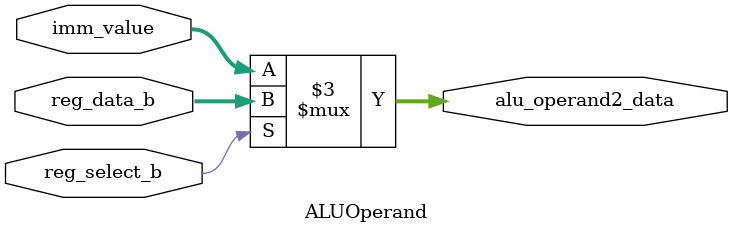
<source format=sv>
/*
    file: alu_operand.sv
    brief: Drives the ALU second operand with either the value from the register file or the immediate value.
*/
`timescale 1ns / 1ps


module ALUOperand(
    input var logic reg_select_b,
    input var logic [31:0] reg_data_b,
    input var logic [31:0] imm_value,
    output var logic [31:0] alu_operand2_data
);
    
    always_comb begin
        if (reg_select_b) alu_operand2_data <= reg_data_b;
        else alu_operand2_data <= imm_value;
    end

endmodule
</source>
